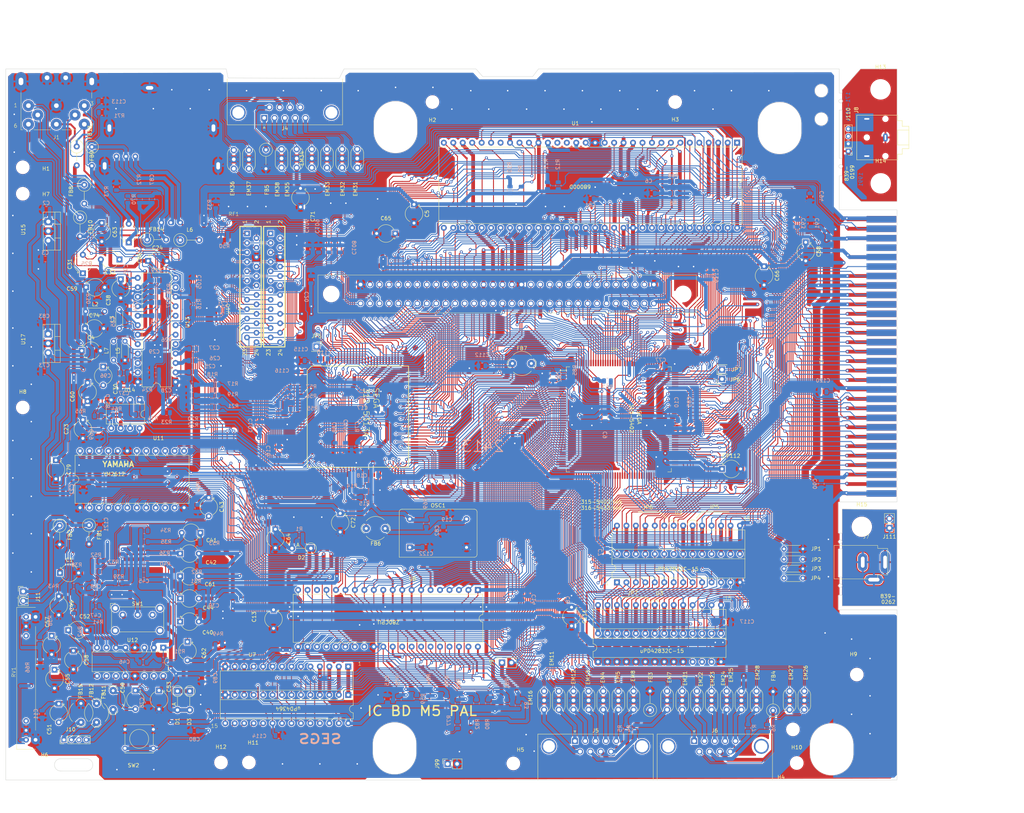
<source format=kicad_pcb>
(kicad_pcb (version 20221018) (generator pcbnew)

  (general
    (thickness 1.6)
  )

  (paper "A3")
  (layers
    (0 "F.Cu" signal)
    (31 "B.Cu" signal)
    (32 "B.Adhes" user "B.Adhesive")
    (33 "F.Adhes" user "F.Adhesive")
    (34 "B.Paste" user)
    (35 "F.Paste" user)
    (36 "B.SilkS" user "B.Silkscreen")
    (37 "F.SilkS" user "F.Silkscreen")
    (38 "B.Mask" user)
    (39 "F.Mask" user)
    (40 "Dwgs.User" user "User.Drawings")
    (41 "Cmts.User" user "User.Comments")
    (42 "Eco1.User" user "User.Eco1")
    (43 "Eco2.User" user "User.Eco2")
    (44 "Edge.Cuts" user)
    (45 "Margin" user)
    (46 "B.CrtYd" user "B.Courtyard")
    (47 "F.CrtYd" user "F.Courtyard")
    (48 "B.Fab" user)
    (49 "F.Fab" user)
    (50 "User.1" user)
    (51 "User.2" user)
    (52 "User.3" user)
    (53 "User.4" user)
    (54 "User.5" user)
    (55 "User.6" user)
    (56 "User.7" user)
    (57 "User.8" user)
    (58 "User.9" user)
  )

  (setup
    (pad_to_mask_clearance 0)
    (pcbplotparams
      (layerselection 0x00010fc_ffffffff)
      (plot_on_all_layers_selection 0x0000000_00000000)
      (disableapertmacros false)
      (usegerberextensions false)
      (usegerberattributes true)
      (usegerberadvancedattributes true)
      (creategerberjobfile true)
      (dashed_line_dash_ratio 12.000000)
      (dashed_line_gap_ratio 3.000000)
      (svgprecision 4)
      (plotframeref false)
      (viasonmask false)
      (mode 1)
      (useauxorigin false)
      (hpglpennumber 1)
      (hpglpenspeed 20)
      (hpglpendiameter 15.000000)
      (dxfpolygonmode true)
      (dxfimperialunits true)
      (dxfusepcbnewfont true)
      (psnegative false)
      (psa4output false)
      (plotreference true)
      (plotvalue true)
      (plotinvisibletext false)
      (sketchpadsonfab false)
      (subtractmaskfromsilk false)
      (outputformat 1)
      (mirror false)
      (drillshape 1)
      (scaleselection 1)
      (outputdirectory "")
    )
  )

  (net 0 "")
  (net 1 "/VD4")
  (net 2 "/VD3")
  (net 3 "/VD2")
  (net 4 "/VD1")
  (net 5 "/VD0")
  (net 6 "VCC")
  (net 7 "GND")
  (net 8 "unconnected-(U1-VMA-Pad19)")
  (net 9 "unconnected-(U1-E-Pad20)")
  (net 10 "unconnected-(U1-FC2-Pad26)")
  (net 11 "/VA1")
  (net 12 "/VA2")
  (net 13 "/VA3")
  (net 14 "/VA4")
  (net 15 "/VA5")
  (net 16 "/VA6")
  (net 17 "/VA7")
  (net 18 "/VA8")
  (net 19 "/VA9")
  (net 20 "/VA10")
  (net 21 "/VA11")
  (net 22 "/VA12")
  (net 23 "/VA13")
  (net 24 "/VA14")
  (net 25 "/VA15")
  (net 26 "/VA16")
  (net 27 "/VA17")
  (net 28 "/VA18")
  (net 29 "/VA19")
  (net 30 "/VA20")
  (net 31 "/VA21")
  (net 32 "/VA22")
  (net 33 "/VA23")
  (net 34 "/VD15")
  (net 35 "/VD14")
  (net 36 "/VD13")
  (net 37 "/VD12")
  (net 38 "/VD11")
  (net 39 "/VD10")
  (net 40 "/VD9")
  (net 41 "/VD8")
  (net 42 "/VD7")
  (net 43 "/VD6")
  (net 44 "/VD5")
  (net 45 "/~{ZRES}")
  (net 46 "Net-(U4-~{ZBR})")
  (net 47 "unconnected-(U6-~{HALT}-Pad18)")
  (net 48 "/ZCLK")
  (net 49 "unconnected-(U6-~{RFSH}-Pad28)")
  (net 50 "unconnected-(U8-~{SE1}-Pad9)")
  (net 51 "unconnected-(U8-~{WE1}-Pad14)")
  (net 52 "unconnected-(U8-RD0-Pad18)")
  (net 53 "unconnected-(U8-RD1-Pad19)")
  (net 54 "unconnected-(U8-RD2-Pad20)")
  (net 55 "unconnected-(U8-RD3-Pad21)")
  (net 56 "unconnected-(U8-RD4-Pad22)")
  (net 57 "unconnected-(U8-RD5-Pad23)")
  (net 58 "unconnected-(U8-RD6-Pad24)")
  (net 59 "unconnected-(U8-RD7-Pad25)")
  (net 60 "/~{DTAK}")
  (net 61 "/~{HL}")
  (net 62 "/~{CE0}")
  (net 63 "/~{M3}")
  (net 64 "/EDCK")
  (net 65 "unconnected-(U8-RA0-Pad120)")
  (net 66 "unconnected-(U8-RA1-Pad121)")
  (net 67 "unconnected-(U8-RA2-Pad122)")
  (net 68 "unconnected-(U8-RA3-Pad123)")
  (net 69 "unconnected-(U8-RA4-Pad124)")
  (net 70 "unconnected-(U8-RA5-Pad125)")
  (net 71 "unconnected-(U8-RA6-Pad126)")
  (net 72 "unconnected-(U8-RA7-Pad127)")
  (net 73 "Net-(U4-~{WAIT})")
  (net 74 "/~{HSYNC}")
  (net 75 "/~{INTAK}")
  (net 76 "/~{VSYNC}")
  (net 77 "/~{MREQ}")
  (net 78 "Net-(J11-Pin_1)")
  (net 79 "Net-(J11-Pin_2)")
  (net 80 "Net-(EM4-Pad3)")
  (net 81 "Net-(EM5-Pad3)")
  (net 82 "Net-(EM11-Pad3)")
  (net 83 "Net-(EM12-Pad3)")
  (net 84 "Net-(EM13-Pad3)")
  (net 85 "Net-(EM16-Pad3)")
  (net 86 "Net-(EM21-Pad3)")
  (net 87 "Net-(EM22-Pad3)")
  (net 88 "Net-(EM23-Pad3)")
  (net 89 "Net-(EM24-Pad3)")
  (net 90 "PA6")
  (net 91 "/ZD1")
  (net 92 "/ZD0")
  (net 93 "/ZD2")
  (net 94 "/ZD6")
  (net 95 "/ZD5")
  (net 96 "/ZD3")
  (net 97 "/ZD4")
  (net 98 "/ZA15")
  (net 99 "/ZA14")
  (net 100 "/ZA13")
  (net 101 "/ZA12")
  (net 102 "/ZA11")
  (net 103 "/ZA10")
  (net 104 "/ZA9")
  (net 105 "/ZA8")
  (net 106 "/ZA7")
  (net 107 "/ZA6")
  (net 108 "/ZA5")
  (net 109 "/ZA4")
  (net 110 "/ZA3")
  (net 111 "/ZD7")
  (net 112 "/ZA0")
  (net 113 "/ZA1")
  (net 114 "/ZA2")
  (net 115 "PA3")
  (net 116 "PA0")
  (net 117 "PA1")
  (net 118 "PA2")
  (net 119 "PA4")
  (net 120 "PA5")
  (net 121 "/SD0")
  (net 122 "/SD1")
  (net 123 "/SD2")
  (net 124 "/SD3")
  (net 125 "/SD4")
  (net 126 "/SD5")
  (net 127 "/SD6")
  (net 128 "/SD7")
  (net 129 "/A0")
  (net 130 "/A1")
  (net 131 "/A2")
  (net 132 "/A3")
  (net 133 "/A4")
  (net 134 "/A7")
  (net 135 "Net-(EM8-Pad3)")
  (net 136 "Net-(U13-R_IN)")
  (net 137 "Net-(U13-G_IN)")
  (net 138 "Net-(J5-Pad7)")
  (net 139 "PB4")
  (net 140 "PB6")
  (net 141 "PB0")
  (net 142 "PB1")
  (net 143 "PB2")
  (net 144 "PB3")
  (net 145 "PB5")
  (net 146 "Net-(EM7-Pad3)")
  (net 147 "Net-(J5-Pad9)")
  (net 148 "/A5")
  (net 149 "/A6")
  (net 150 "Net-(EM25-Pad3)")
  (net 151 "Net-(EM26-Pad3)")
  (net 152 "Net-(EM27-Pad3)")
  (net 153 "Net-(EM28-Pad3)")
  (net 154 "Net-(J6-Pad7)")
  (net 155 "Net-(J6-Pad9)")
  (net 156 "Net-(FB3-Pad1)")
  (net 157 "Net-(FB4-Pad1)")
  (net 158 "/~{ROM}")
  (net 159 "/~{OE0}")
  (net 160 "/~{FDC}")
  (net 161 "Net-(U4-EDCK)")
  (net 162 "/~{IREQ}")
  (net 163 "/~{YS}")
  (net 164 "Net-(C25-Pad1)")
  (net 165 "/~{VDPM}")
  (net 166 "Net-(U13-B_IN)")
  (net 167 "Net-(C26-Pad1)")
  (net 168 "Net-(U1-HALT)")
  (net 169 "Net-(U1-VPA)")
  (net 170 "Net-(FB5-Pad1)")
  (net 171 "Net-(EM31-Pad3)")
  (net 172 "Net-(EM32-Pad3)")
  (net 173 "Net-(EM33-Pad3)")
  (net 174 "Net-(EM34-Pad3)")
  (net 175 "Net-(EM35-Pad3)")
  (net 176 "Net-(EM36-Pad3)")
  (net 177 "PC0")
  (net 178 "PC1")
  (net 179 "PC2")
  (net 180 "PC3")
  (net 181 "PC4")
  (net 182 "PC6")
  (net 183 "Net-(EM37-Pad3)")
  (net 184 "PC5")
  (net 185 "Net-(EM38-Pad3)")
  (net 186 "unconnected-(J2-Pin_a2-Pada2)")
  (net 187 "/~{FDHR}")
  (net 188 "/~{CAS2}")
  (net 189 "/~{RAS2}")
  (net 190 "unconnected-(J2-Pin_a27-Pada27)")
  (net 191 "Net-(U13-XO_IN)")
  (net 192 "Net-(C27-Pad1)")
  (net 193 "Net-(U13-AUDIO_OUT)")
  (net 194 "VDDA")
  (net 195 "/FRES")
  (net 196 "/~{ZRD}")
  (net 197 "unconnected-(J2-Pin_b25-Padb25)")
  (net 198 "unconnected-(J2-Pin_b27-Padb27)")
  (net 199 "Net-(SW1-B)")
  (net 200 "unconnected-(SW1-C-Pad3)")
  (net 201 "unconnected-(U11-IRQ-Pad13)")
  (net 202 "/~{SOUND}")
  (net 203 "/VCLK")
  (net 204 "/~{ZWR}")
  (net 205 "MCLK")
  (net 206 "Net-(OSC1-Vcontrol)")
  (net 207 "Net-(OSC1-OUT)")
  (net 208 "Net-(C92-Pad2)")
  (net 209 "Net-(FB8-Pad1)")
  (net 210 "Net-(FB10-Pad1)")
  (net 211 "VCCQ")
  (net 212 "Net-(C32-Pad2)")
  (net 213 "Net-(U13-G_OUT)")
  (net 214 "Net-(U13-R_OUT)")
  (net 215 "unconnected-(U11-NC-Pad10)")
  (net 216 "+9V")
  (net 217 "Net-(U13-B_OUT)")
  (net 218 "/~{AS}")
  (net 219 "/~{UDS}")
  (net 220 "/~{LDS}")
  (net 221 "/~{R{slash}W}")
  (net 222 "/FC1")
  (net 223 "/FC0")
  (net 224 "/BG")
  (net 225 "/BGACK")
  (net 226 "/BR")
  (net 227 "/IPL2")
  (net 228 "/IPL1")
  (net 229 "/~{RAS0}")
  (net 230 "/~{LWR}")
  (net 231 "/~{UWR}")
  (net 232 "+9VA")
  (net 233 "/~{JAP}")
  (net 234 "Net-(C31-Pad1)")
  (net 235 "Net-(U13-C_VIDEO_OUT)")
  (net 236 "Net-(C32-Pad1)")
  (net 237 "Net-(U10-~{RAS})")
  (net 238 "Net-(U10-~{CAS})")
  (net 239 "Net-(U10-~{WB}{slash}~{WE})")
  (net 240 "Net-(U10-~{SE})")
  (net 241 "Net-(U10-SC)")
  (net 242 "Net-(U10-~{DT}{slash}~{OE})")
  (net 243 "Net-(RF1-VIDEO)")
  (net 244 "Net-(RF1-+B)")
  (net 245 "Net-(RF1-AUDIO)")
  (net 246 "Net-(J10-Pin_2)")
  (net 247 "Net-(J10-Pin_1)")
  (net 248 "Net-(J110-Pin_2)")
  (net 249 "/AudioShield")
  (net 250 "Net-(J10-Pin_4)")
  (net 251 "Net-(J110-Pin_4)")
  (net 252 "unconnected-(J10-Pin_3-Pad3)")
  (net 253 "unconnected-(J110-Pin_3-Pad3)")
  (net 254 "Net-(U4-~{WRES})")
  (net 255 "/SL1")
  (net 256 "unconnected-(U13-XO_OUT-Pad5)")
  (net 257 "/iA14")
  (net 258 "Net-(U8-R)")
  (net 259 "Net-(U8-G)")
  (net 260 "Net-(U8-B)")
  (net 261 "Net-(U8-SBCR)")
  (net 262 "Net-(C28-Pad2)")
  (net 263 "Net-(J9-Pin_1)")
  (net 264 "/~{ASEL}")
  (net 265 "/~{VRES}")
  (net 266 "/~{TIME}")
  (net 267 "/~{CART}")
  (net 268 "/~{DISK}")
  (net 269 "Net-(U13-AUDIO_IN)")
  (net 270 "unconnected-(U13-C_SYNC_OUT-Pad11)")
  (net 271 "Net-(C30-Pad2)")
  (net 272 "Net-(U12-EQ_OUT_(A))")
  (net 273 "/~{SRES}")
  (net 274 "/NTSC")
  (net 275 "/~{CAS0}")
  (net 276 "Net-(U12-EQ_OUT_(B))")
  (net 277 "Net-(U11-MOL)")
  (net 278 "Net-(U11-MOR)")
  (net 279 "Net-(C43-Pad2)")
  (net 280 "Net-(C41-Pad2)")
  (net 281 "Net-(U12-IN_(A))")
  (net 282 "Net-(U14A--)")
  (net 283 "Net-(U12-VOL_IN)")
  (net 284 "Net-(R58-Pad1)")
  (net 285 "Net-(U12-NF_(A))")
  (net 286 "Net-(U12-NF_(B))")
  (net 287 "Net-(U12-Vreg)")
  (net 288 "Net-(U12-OUT_(A))")
  (net 289 "Net-(C50-Pad2)")
  (net 290 "Net-(U12-OUT_(B))")
  (net 291 "Net-(C51-Pad2)")
  (net 292 "Net-(U8-SOUND)")
  (net 293 "Net-(C40-Pad1)")
  (net 294 "Net-(U12-EQ_IN_(B))")
  (net 295 "/~{MRES}")
  (net 296 "/~{INT}")
  (net 297 "/~{EOE}")
  (net 298 "/~{NOE}")
  (net 299 "Net-(U12-EQ_IN_(A))")
  (net 300 "Net-(C61-Pad1)")
  (net 301 "Net-(C42-Pad1)")
  (net 302 "Net-(C44-Pad1)")
  (net 303 "/SL2")
  (net 304 "/SR2")
  (net 305 "/SR1")
  (net 306 "Net-(C62-Pad1)")
  (net 307 "Net-(U8-CLK0)")
  (net 308 "/~{M1}")
  (net 309 "/VREF")
  (net 310 "Net-(U14B-+)")
  (net 311 "Net-(U13-I_REF)")
  (net 312 "Net-(U13-C_SYNC_IN)")
  (net 313 "Net-(U13-Y_OUT)")
  (net 314 "Net-(U13-Y_IN)")
  (net 315 "Net-(C86-Pad1)")
  (net 316 "Net-(C86-Pad2)")
  (net 317 "Net-(C87-Pad1)")
  (net 318 "/~{ZRAM}")
  (net 319 "/~{REF}")
  (net 320 "/~{ZBAK}")
  (net 321 "/~{NMI}")
  (net 322 "Net-(C35-Pad2)")
  (net 323 "Net-(U13-CHROMA_IN)")
  (net 324 "Net-(C33-Pad2)")
  (net 325 "Net-(C37-Pad1)")
  (net 326 "Net-(C96-Pad1)")
  (net 327 "Net-(U13-CHROMA_OUT)")
  (net 328 "Net-(FB9-Pad1)")
  (net 329 "Net-(U8-SPA{slash}B)")
  (net 330 "Net-(U8-CLK1)")
  (net 331 "/DCin1")
  (net 332 "/DCin2")

  (footprint "Capacitor_THT:CP_Radial_Tantal_D4.5mm_P5.00mm" (layer "F.Cu") (at 84.408 171.577))

  (footprint "Capacitor_THT:CP_Radial_Tantal_D4.5mm_P5.00mm" (layer "F.Cu") (at 63.373 64.469 -90))

  (footprint "Capacitor_THT:CP_Radial_Tantal_D4.5mm_P5.00mm" (layer "F.Cu") (at 58.881 92.837))

  (footprint "Connector_PinSocket_2.54mm:PinSocket_1x02_P2.54mm_Vertical" (layer "F.Cu") (at 170.815 182.601 90))

  (footprint "Inductor_THT:L_Axial_L7.0mm_D3.3mm_P5.08mm_Vertical_Fastron_MICC" (layer "F.Cu") (at 60.706 44.069 -90))

  (footprint "Connector_Dsub:DSUB-9_Male_Horizontal_P2.77x2.84mm_EdgePinOffset7.70mm_Housed_MountingHolesOffset9.12mm" (layer "F.Cu") (at 222.4028 203.6596))

  (footprint "Resistor_THT:R_Axial_DIN0204_L3.6mm_D1.6mm_P5.08mm_Horizontal" (layer "F.Cu") (at 246.507 152.039))

  (footprint "Capacitor_THT:CP_Radial_Tantal_D4.5mm_P5.00mm" (layer "F.Cu") (at 51.054 128.223 -90))

  (footprint "Connector_PinHeader_2.54mm:PinHeader_1x02_P2.54mm_Vertical" (layer "F.Cu") (at 42.291 163.449))

  (footprint "Crystal:Resonator-3Pin_W6.0mm_H3.0mm" (layer "F.Cu") (at 239.141 190.246 -90))

  (footprint "Ferrite_THT:LairdTech_28C0236-0JW-10" (layer "F.Cu") (at 139.446 146.558 180))

  (footprint "Connector_PinHeader_2.00mm:PinHeader_1x04_P2.00mm_Vertical" (layer "F.Cu") (at 263.779 45.212 180))

  (footprint "Ferrite_THT:LairdTech_28C0236-0JW-10" (layer "F.Cu") (at 61.976 198.628 90))

  (footprint "Resistor_THT:R_Axial_DIN0204_L3.6mm_D1.6mm_P5.08mm_Horizontal" (layer "F.Cu") (at 68.072 92.837 90))

  (footprint "MountingHole:MountingHole_4mm" (layer "F.Cu") (at 42.037 209.423))

  (footprint "Capacitor_THT:CP_Radial_Tantal_D4.5mm_P5.00mm" (layer "F.Cu") (at 63.754 103.077 -90))

  (footprint "Package_QFP:PQFP-160_28x28mm_P0.65mm" (layer "F.Cu") (at 202.173 117.239))

  (footprint "Package_DIP:DIP-16_W7.62mm" (layer "F.Cu") (at 79.883 178.562 -90))

  (footprint "Capacitor_THT:CP_Radial_Tantal_D4.5mm_P5.00mm" (layer "F.Cu") (at 86.36 176.991 -90))

  (footprint "Capacitor_THT:CP_Radial_Tantal_D4.5mm_P5.00mm" (layer "F.Cu") (at 229.87 130.556))

  (footprint "Capacitor_THT:CP_Radial_Tantal_D4.5mm_P5.00mm" (layer "F.Cu") (at 89.836 147.701 180))

  (footprint "Crystal:Resonator-3Pin_W6.0mm_H3.0mm" (layer "F.Cu") (at 123.825 49.657 90))

  (footprint "Capacitor_THT:CP_Radial_Tantal_D4.5mm_P5.00mm" (layer "F.Cu") (at 78.74 190.072 -90))

  (footprint "Capacitor_THT:CP_Radial_Tantal_D4.5mm_P5.00mm" (layer "F.Cu") (at 75.819 74.676))

  (footprint "Connector_Dsub:DSUB-9_Female_Horizontal_P2.77x2.84mm_EdgePinOffset7.70mm_Housed_MountingHolesOffset9.12mm" (layer "F.Cu") (at 106.9788 36.2688 180))

  (footprint "Capacitor_THT:CP_Radial_Tantal_D4.5mm_P5.00mm" (layer "F.Cu") (at 70.612 69.723 90))

  (footprint "Inductor_THT:L_Axial_L7.0mm_D3.3mm_P5.08mm_Vertical_Fastron_MICC" (layer "F.Cu") (at 56.642 43.942 -90))

  (footprint "Resistor_THT:R_Axial_DIN0204_L3.6mm_D1.6mm_P5.08mm_Horizontal" (layer "F.Cu") (at 66.548 101.346 90))

  (footprint "Capacitor_THT:CP_Radial_Tantal_D4.5mm_P5.00mm" (layer "F.Cu") (at 52.15 158.496))

  (footprint "Button_Switch_THT:SW_Tactile_Straight_KSA0Axx1LFTR" (layer "F.Cu") (at 69.596 200.533))

  (footprint "Ferrite_THT:LairdTech_28C0236-0JW-10" (layer "F.Cu") (at 173.609 102.235))

  (footprint "SEGA:HeadphoneVolumeSlider" (layer "F.Cu") (at 45.593 165.227))

  (footprint "Capacitor_THT:CP_Radial_Tantal_D4.5mm_P5.00mm" (layer "F.Cu") (at 68.119 74.295 180))

  (footprint "Crystal:Resonator-3Pin_W6.0mm_H3.0mm" (layer "F.Cu") (at 231.14 190.246 -90))

  (footprint "Crystal:Resonator-3Pin_W6.0mm_H3.0mm" (layer "F.Cu") (at 194.056 190.246 -90))

  (footprint "Crystal:Resonator-3Pin_W6.0mm_H3.0mm" (layer "F.Cu") (at 111.633 49.657 90))

  (footprint "Capacitor_THT:CP_Radial_Tantal_D4.5mm_P5.00mm" (layer "F.Cu") (at 58.293 117.348 -90))

  (footprint "Fiducial:Fiducial_1.5mm_Mask4.5mm" (layer "F.Cu")
    (tstamp 3e26525c-f6b4-4384-9fc6-243282a83e31)
    (at 184.658 134.874)
    (descr "Circular Fiducial, 1.5mm bare copper, 4.5mm soldermask opening")
    (tags "fiducial")
    (property "Sheetfile" "MegaDrive.kicad_sch")
    (property "Sheetname" "")
    (property "ki_description" "Fiducial Marker")
    (property "ki_keywords" "fiducial marker")
    (path "/854d0f1c-d656-43e2-b3a9-4574994a9032")
    (attr smd)
    (fp_text reference "FID2" (at 0 -3.175) (layer "F.SilkS") hide
        (effects (font (size 1 1) (thickness 0.15)))
      (tstamp b5152205-8b3e-4832-8ee4-bdb12d430198)
    )
    (fp_text value "Fiducial" (at 0 3.175) (layer "F.Fab") hide
        (effects (font (size 1 1) (thickness 0.15)))
      (tstamp 5d622f2e-9a48-4845-95ce-9304570ef19c)
    )
    (fp_text user "${REFERENCE}" (at 0 0) (layer "F.Fab")
        (effects (font (size 0.4 0.4) (thickness 0.06)))
      (tstamp 851de88a-9b18-4bce-bb06-f10d10e78bb7)
    )
    (fp_circle (center 0 0) (end 2.5 0)
      (stroke (width 0.05) (type solid)) (fill none) (layer "F.CrtYd") (tstamp 8972c4e6-ebac-48c0-b801-00112c6ac909))
    (fp_circle (center 0 0) (end 2.25 0)
      (stroke (width 0.1) (type solid)) (fill none) (layer "F.Fab") (tstamp 6c25a0ff-f792-4585-a72d-a4f6857743b3))
    (pad "" smd circle (at 0 0) (size 1.5 1.5) (layers "F.Cu" "F.Mask")
      (solder_mask_mar
... [6489600 chars truncated]
</source>
